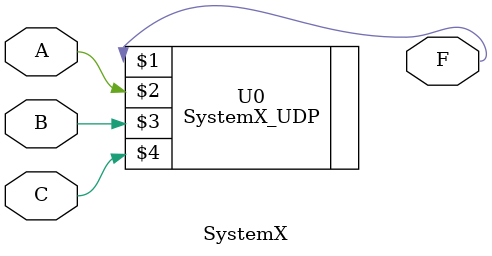
<source format=v>
`include "SystemX_UDP.v"

module SystemX (
    output wire F,
    input wire A, B, C
);
    
    SystemX_UDP U0 (F, A, B, C);

endmodule
</source>
